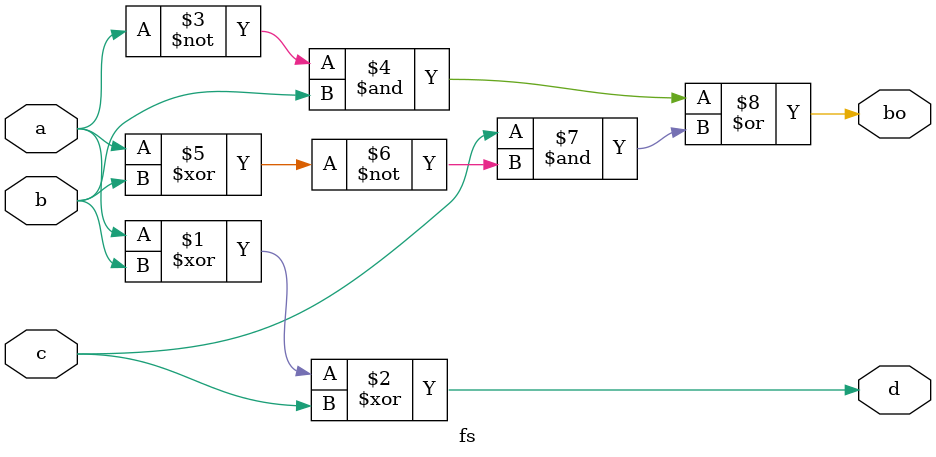
<source format=v>
module fs(
    input a,b,c,
    output d,bo
    );
assign d=a^b^c;
assign bo=~a&b|c&~(a^b);

endmodule

</source>
